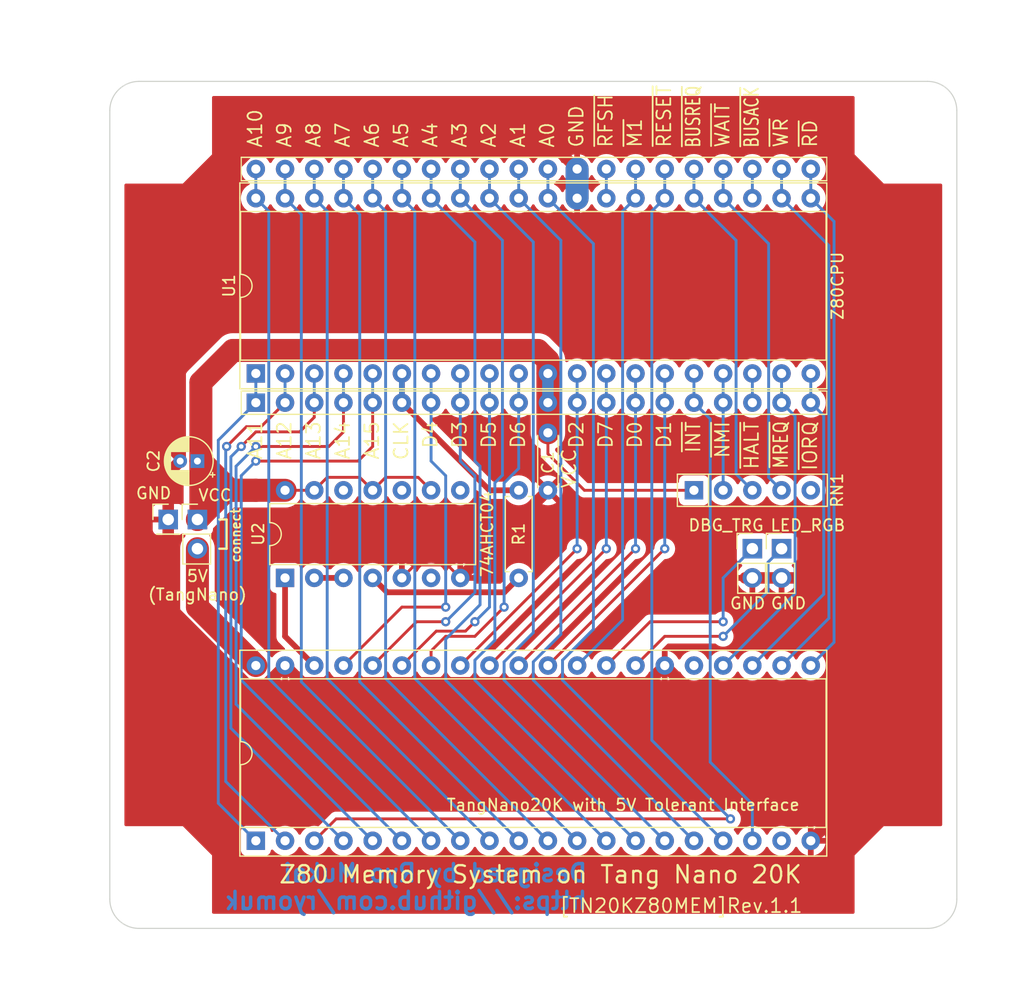
<source format=kicad_pcb>
(kicad_pcb (version 20221018) (generator pcbnew)
  (layers (0 "F.Cu" signal) (31 "B.Cu" signal) (34 "B.Paste" user) (35 "F.Paste" user) (36 "B.SilkS" user "B.Silkscreen") (37 "F.SilkS" user "F.Silkscreen") (38 "B.Mask" user) (39 "F.Mask" user) (44 "Edge.Cuts" user))
  (net 0 "")
  (net 1 "A8")
  (net 2 "A9")
  (net 3 "RESET_n")
  (net 4 "INT_n")
  (net 5 "D4")
  (net 6 "A10")
  (net 7 "A11")
  (net 8 "D3")
  (net 9 "D5")
  (net 10 "D6")
  (net 11 "D2")
  (net 12 "D7")
  (net 13 "D0")
  (net 14 "D1")
  (net 15 "A12")
  (net 16 "A13")
  (net 17 "GND")
  (net 18 "A14")
  (net 19 "A15")
  (net 20 "CLK")
  (net 21 "M1_n")
  (net 22 "MREQ_n")
  (net 23 "IORQ_n")
  (net 24 "RD_n")
  (net 25 "WR_n")
  (net 26 "A7")
  (net 27 "A6")
  (net 28 "A5")
  (net 29 "A4")
  (net 30 "DBG_TRG")
  (net 31 "LED_RGB")
  (net 32 "A3")
  (net 33 "A2")
  (net 34 "A1")
  (net 35 "A0")
  (net 36 "Net-(R1-Pad1)")
  (net 37 "CLK_3V")
  (net 38 "NMI_n")
  (net 39 "HALT_n")
  (net 40 "VCC")
  (net 41 "5V_USB")
  (net 42 "WAIT_n")
  (net 43 "RFSH_n")
  (net 47 "Net-(U2-Pad2)")
  (net 52 "BUSACK_n")
  (net 53 "BUSREQ_n")
  (footprint "000_MyFootprint:MountingHole_3mm" (layer "F.Cu") (at 68.58 68.58)
    (fp_text reference "REF**")
    (fp_text value "MountingHole_3mm")
    (pad "" np_thru_hole circle locked (at 0 0) (size 3 3) (drill 3) (layers "*.Cu" "*.Mask"))
  )
  (footprint "000_MyFootprint:PinHeader_1x02_P2.54mm_Vertical" (layer "F.Cu") (at 55.88 40.64)
    (fp_text reference "J5")
    (fp_text value "DBG_TRG" (at -2.286 -2.032 180) (layer "F.SilkS"))
    (pad "1" thru_hole rect (at 0 0) (size 1.7 1.7) (drill 1) (layers "*.Cu" "*.Mask") (net 30 "DBG_TRG"))
    (pad "2" thru_hole oval (at 0 2.54) (size 1.7 1.7) (drill 1) (layers "*.Cu" "*.Mask") (net 17 "GND"))
  )
  (footprint "000_MyFootprint:PinHeader_1x02_P2.54mm_Vertical" (layer "F.Cu") (at 58.42 40.64)
    (fp_text reference "J6")
    (fp_text value "LED_RGB" (at 2.286 -2.032 180) (layer "F.SilkS"))
    (pad "1" thru_hole rect (at 0 0) (size 1.7 1.7) (drill 1) (layers "*.Cu" "*.Mask") (net 31 "LED_RGB"))
    (pad "2" thru_hole oval (at 0 2.54) (size 1.7 1.7) (drill 1) (layers "*.Cu" "*.Mask") (net 17 "GND"))
  )
  (footprint "000_MyFootprint:PinHeader_1x02_P2.54mm_Vertical" (layer "F.Cu") (at 7.62 38.1)
    (fp_text reference "J3")
    (fp_text value "USE_USB_POWER")
    (pad "1" thru_hole rect (at 0 0) (size 1.7 1.7) (drill 1) (layers "*.Cu" "*.Mask") (net 40 "VCC"))
    (pad "2" thru_hole oval (at 0 2.54) (size 1.7 1.7) (drill 1) (layers "*.Cu" "*.Mask") (net 41 "5V_USB"))
  )
  (footprint "Resistor_THT:R_Array_SIP5" (layer "F.Cu") (at 50.8 35.56)
    (fp_text reference "RN1" (at 12.446 0 90) (layer "F.SilkS"))
    (fp_text value "10k")
    (pad "1" thru_hole rect (at 0 0) (size 1.6 1.6) (drill 0.8) (layers "*.Cu" "*.Mask") (net 40 "VCC"))
    (pad "2" thru_hole oval (at 2.54 0) (size 1.6 1.6) (drill 0.8) (layers "*.Cu" "*.Mask") (net 38 "NMI_n"))
    (pad "3" thru_hole oval (at 5.08 0) (size 1.6 1.6) (drill 0.8) (layers "*.Cu" "*.Mask") (net 53 "BUSREQ_n"))
    (pad "4" thru_hole oval (at 7.62 0) (size 1.6 1.6) (drill 0.8) (layers "*.Cu" "*.Mask") (net 42 "WAIT_n"))
    (pad "5" thru_hole oval (at 10.16 0) (size 1.6 1.6) (drill 0.8) (layers "*.Cu" "*.Mask"))
  )
  (footprint "000_MyFootprint:DIP-14_W7.62mm" (layer "F.Cu") (at 15.24 43.18 90)
    (fp_text reference "U2" (at 3.81 -2.33 90) (layer "F.SilkS"))
    (fp_text value "74AHCT04" (at 3.81 17.57 90) (layer "F.SilkS"))
    (pad "1" thru_hole rect (at 0 0 90) (size 1.6 1.6) (drill 0.8) (layers "*.Cu" "*.Mask") (net 37 "CLK_3V"))
    (pad "2" thru_hole oval (at 0 2.54 90) (size 1.6 1.6) (drill 0.8) (layers "*.Cu" "*.Mask") (net 47 "Net-(U2-Pad2)"))
    (pad "3" thru_hole oval (at 0 5.08 90) (size 1.6 1.6) (drill 0.8) (layers "*.Cu" "*.Mask") (net 47 "Net-(U2-Pad2)"))
    (pad "4" thru_hole oval (at 0 7.62 90) (size 1.6 1.6) (drill 0.8) (layers "*.Cu" "*.Mask") (net 36 "Net-(R1-Pad1)"))
    (pad "5" thru_hole oval (at 0 10.16 90) (size 1.6 1.6) (drill 0.8) (layers "*.Cu" "*.Mask") (net 17 "GND"))
    (pad "6" thru_hole oval (at 0 12.7 90) (size 1.6 1.6) (drill 0.8) (layers "*.Cu" "*.Mask"))
    (pad "7" thru_hole oval (at 0 15.24 90) (size 1.6 1.6) (drill 0.8) (layers "*.Cu" "*.Mask") (net 17 "GND"))
    (pad "8" thru_hole oval (at 7.62 15.24 90) (size 1.6 1.6) (drill 0.8) (layers "*.Cu" "*.Mask"))
    (pad "9" thru_hole oval (at 7.62 12.7 90) (size 1.6 1.6) (drill 0.8) (layers "*.Cu" "*.Mask") (net 40 "VCC"))
    (pad "10" thru_hole oval (at 7.62 10.16 90) (size 1.6 1.6) (drill 0.8) (layers "*.Cu" "*.Mask"))
    (pad "11" thru_hole oval (at 7.62 7.62 90) (size 1.6 1.6) (drill 0.8) (layers "*.Cu" "*.Mask") (net 40 "VCC"))
    (pad "12" thru_hole oval (at 7.62 5.08 90) (size 1.6 1.6) (drill 0.8) (layers "*.Cu" "*.Mask"))
    (pad "13" thru_hole oval (at 7.62 2.54 90) (size 1.6 1.6) (drill 0.8) (layers "*.Cu" "*.Mask") (net 40 "VCC"))
    (pad "14" thru_hole oval (at 7.62 0 90) (size 1.6 1.6) (drill 0.8) (layers "*.Cu" "*.Mask") (net 40 "VCC"))
  )
  (footprint "000_MyFootprint:MountingHole_3mm" (layer "F.Cu") (at 5.08 5.08)
    (fp_text reference "REF**")
    (fp_text value "MountingHole_3mm")
    (pad "" np_thru_hole circle locked (at 0 0) (size 3 3) (drill 3) (layers "*.Cu" "*.Mask"))
  )
  (footprint "000_MyFootprint:CP_Radial_D4.0mm_P1.50mm" (layer "F.Cu") (at 7.62 33.02 180)
    (fp_text reference "C2" (at 3.81 0 90) (layer "F.SilkS"))
    (fp_text value "22uF")
    (pad "1" thru_hole rect (at 0 0 180) (size 1.2 1.2) (drill 0.6) (layers "*.Cu" "*.Mask") (net 40 "VCC"))
    (pad "2" thru_hole circle (at 1.5 0 180) (size 1.2 1.2) (drill 0.6) (layers "*.Cu" "*.Mask") (net 17 "GND"))
  )
  (footprint "000_MyFootprint:R_Axial_DIN0207_L6.3mm_D2.5mm_P7.62mm_Horizontal" (layer "F.Cu") (at 35.56 43.18 90)
    (fp_text reference "R1" (at 3.81 0 90) (layer "F.SilkS"))
    (fp_text value "33")
    (pad "1" thru_hole circle (at 0 0 90) (size 1.6 1.6) (drill 0.8) (layers "*.Cu" "*.Mask") (net 36 "Net-(R1-Pad1)"))
    (pad "2" thru_hole oval (at 7.62 0 90) (size 1.6 1.6) (drill 0.8) (layers "*.Cu" "*.Mask") (net 20 "CLK"))
  )
  (footprint "000_MyFootprint:DIP-40_W20.32mm800mil_Socket" (layer "F.Cu") (at 12.7 27.94 90)
    (fp_text reference "J1" hide)
    (fp_text value "Z80 TEST")
    (pad "1" thru_hole rect (at 0 0 90) (size 1.6 1.6) (drill 0.8) (layers "*.Cu" "*.Mask") (net 7 "A11"))
    (pad "2" thru_hole oval (at 0 2.54 90) (size 1.6 1.6) (drill 0.8) (layers "*.Cu" "*.Mask") (net 15 "A12"))
    (pad "3" thru_hole oval (at 0 5.08 90) (size 1.6 1.6) (drill 0.8) (layers "*.Cu" "*.Mask") (net 16 "A13"))
    (pad "4" thru_hole oval (at 0 7.62 90) (size 1.6 1.6) (drill 0.8) (layers "*.Cu" "*.Mask") (net 18 "A14"))
    (pad "5" thru_hole oval (at 0 10.16 90) (size 1.6 1.6) (drill 0.8) (layers "*.Cu" "*.Mask") (net 19 "A15"))
    (pad "6" thru_hole oval (at 0 12.7 90) (size 1.6 1.6) (drill 0.8) (layers "*.Cu" "*.Mask") (net 20 "CLK"))
    (pad "7" thru_hole oval (at 0 15.24 90) (size 1.6 1.6) (drill 0.8) (layers "*.Cu" "*.Mask") (net 5 "D4"))
    (pad "8" thru_hole oval (at 0 17.78 90) (size 1.6 1.6) (drill 0.8) (layers "*.Cu" "*.Mask") (net 8 "D3"))
    (pad "9" thru_hole oval (at 0 20.32 90) (size 1.6 1.6) (drill 0.8) (layers "*.Cu" "*.Mask") (net 9 "D5"))
    (pad "10" thru_hole oval (at 0 22.86 90) (size 1.6 1.6) (drill 0.8) (layers "*.Cu" "*.Mask") (net 10 "D6"))
    (pad "11" thru_hole oval (at 0 25.4 90) (size 1.6 1.6) (drill 0.8) (layers "*.Cu" "*.Mask") (net 40 "VCC"))
    (pad "12" thru_hole oval (at 0 27.94 90) (size 1.6 1.6) (drill 0.8) (layers "*.Cu" "*.Mask") (net 11 "D2"))
    (pad "13" thru_hole oval (at 0 30.48 90) (size 1.6 1.6) (drill 0.8) (layers "*.Cu" "*.Mask") (net 12 "D7"))
    (pad "14" thru_hole oval (at 0 33.02 90) (size 1.6 1.6) (drill 0.8) (layers "*.Cu" "*.Mask") (net 13 "D0"))
    (pad "15" thru_hole oval (at 0 35.56 90) (size 1.6 1.6) (drill 0.8) (layers "*.Cu" "*.Mask") (net 14 "D1"))
    (pad "16" thru_hole oval (at 0 38.1 90) (size 1.6 1.6) (drill 0.8) (layers "*.Cu" "*.Mask") (net 4 "INT_n"))
    (pad "17" thru_hole oval (at 0 40.64 90) (size 1.6 1.6) (drill 0.8) (layers "*.Cu" "*.Mask") (net 38 "NMI_n"))
    (pad "18" thru_hole oval (at 0 43.18 90) (size 1.6 1.6) (drill 0.8) (layers "*.Cu" "*.Mask") (net 39 "HALT_n"))
    (pad "19" thru_hole oval (at 0 45.72 90) (size 1.6 1.6) (drill 0.8) (layers "*.Cu" "*.Mask") (net 22 "MREQ_n"))
    (pad "20" thru_hole oval (at 0 48.26 90) (size 1.6 1.6) (drill 0.8) (layers "*.Cu" "*.Mask") (net 23 "IORQ_n"))
    (pad "21" thru_hole oval (at 20.32 48.26 90) (size 1.6 1.6) (drill 0.8) (layers "*.Cu" "*.Mask") (net 24 "RD_n"))
    (pad "22" thru_hole oval (at 20.32 45.72 90) (size 1.6 1.6) (drill 0.8) (layers "*.Cu" "*.Mask") (net 25 "WR_n"))
    (pad "23" thru_hole oval (at 20.32 43.18 90) (size 1.6 1.6) (drill 0.8) (layers "*.Cu" "*.Mask") (net 52 "BUSACK_n"))
    (pad "24" thru_hole oval (at 20.32 40.64 90) (size 1.6 1.6) (drill 0.8) (layers "*.Cu" "*.Mask") (net 42 "WAIT_n"))
    (pad "25" thru_hole oval (at 20.32 38.1 90) (size 1.6 1.6) (drill 0.8) (layers "*.Cu" "*.Mask") (net 53 "BUSREQ_n"))
    (pad "26" thru_hole oval (at 20.32 35.56 90) (size 1.6 1.6) (drill 0.8) (layers "*.Cu" "*.Mask") (net 3 "RESET_n"))
    (pad "27" thru_hole oval (at 20.32 33.02 90) (size 1.6 1.6) (drill 0.8) (layers "*.Cu" "*.Mask") (net 21 "M1_n"))
    (pad "28" thru_hole oval (at 20.32 30.48 90) (size 1.6 1.6) (drill 0.8) (layers "*.Cu" "*.Mask") (net 43 "RFSH_n"))
    (pad "29" thru_hole oval (at 20.32 27.94 90) (size 1.6 1.6) (drill 0.8) (layers "*.Cu" "*.Mask") (net 17 "GND"))
    (pad "30" thru_hole oval (at 20.32 25.4 90) (size 1.6 1.6) (drill 0.8) (layers "*.Cu" "*.Mask") (net 35 "A0"))
    (pad "31" thru_hole oval (at 20.32 22.86 90) (size 1.6 1.6) (drill 0.8) (layers "*.Cu" "*.Mask") (net 34 "A1"))
    (pad "32" thru_hole oval (at 20.32 20.32 90) (size 1.6 1.6) (drill 0.8) (layers "*.Cu" "*.Mask") (net 33 "A2"))
    (pad "33" thru_hole oval (at 20.32 17.78 90) (size 1.6 1.6) (drill 0.8) (layers "*.Cu" "*.Mask") (net 32 "A3"))
    (pad "34" thru_hole oval (at 20.32 15.24 90) (size 1.6 1.6) (drill 0.8) (layers "*.Cu" "*.Mask") (net 29 "A4"))
    (pad "35" thru_hole oval (at 20.32 12.7 90) (size 1.6 1.6) (drill 0.8) (layers "*.Cu" "*.Mask") (net 28 "A5"))
    (pad "36" thru_hole oval (at 20.32 10.16 90) (size 1.6 1.6) (drill 0.8) (layers "*.Cu" "*.Mask") (net 27 "A6"))
    (pad "37" thru_hole oval (at 20.32 7.62 90) (size 1.6 1.6) (drill 0.8) (layers "*.Cu" "*.Mask") (net 26 "A7"))
    (pad "38" thru_hole oval (at 20.32 5.08 90) (size 1.6 1.6) (drill 0.8) (layers "*.Cu" "*.Mask") (net 1 "A8"))
    (pad "39" thru_hole oval (at 20.32 2.54 90) (size 1.6 1.6) (drill 0.8) (layers "*.Cu" "*.Mask") (net 2 "A9"))
    (pad "40" thru_hole oval (at 20.32 0 90) (size 1.6 1.6) (drill 0.8) (layers "*.Cu" "*.Mask") (net 6 "A10"))
  )
  (footprint "000_MyFootprint:PinHeader_1x01_P2.54mm_Vertical" (layer "F.Cu") (at 5.08 38.1)
    (fp_text reference "J4")
    (fp_text value "GND" (at -1.27 -2.286) (layer "F.SilkS"))
    (pad "1" thru_hole rect (at 0 0) (size 1.7 1.7) (drill 1) (layers "*.Cu" "*.Mask") (net 17 "GND"))
  )
  (footprint "000_MyFootprint:C_Disc_D4.3mm_W1.9mm_P5.00mm" (layer "F.Cu") (at 38.1 30.56 -90)
    (fp_text reference "C1" (at 2.587 0 90) (layer "F.SilkS"))
    (fp_text value "0.1uF")
    (pad "1" thru_hole circle (at 0 0 270) (size 1.6 1.6) (drill 0.8) (layers "*.Cu" "*.Mask") (net 40 "VCC"))
    (pad "2" thru_hole circle (at 5 0 270) (size 1.6 1.6) (drill 0.8) (layers "*.Cu" "*.Mask") (net 17 "GND"))
  )
  (footprint "000_MyFootprint:MountingHole_3mm" (layer "F.Cu") (at 5.08 68.58)
    (fp_text reference "REF**")
    (fp_text value "MountingHole_3mm")
    (pad "" np_thru_hole circle locked (at 0 0) (size 3 3) (drill 3) (layers "*.Cu" "*.Mask"))
  )
  (footprint "000_MyFootprint:DIP-40_W15.24mm_Socket" (layer "F.Cu") (at 12.7 66.04 90)
    (fp_text reference "J2" hide)
    (fp_text value "TangNano20K5VInterface")
    (pad "1" thru_hole rect (at 0 0 90) (size 1.6 1.6) (drill 0.8) (layers "*.Cu" "*.Mask") (net 7 "A11"))
    (pad "2" thru_hole oval (at 0 2.54 90) (size 1.6 1.6) (drill 0.8) (layers "*.Cu" "*.Mask") (net 15 "A12"))
    (pad "3" thru_hole oval (at 0 5.08 90) (size 1.6 1.6) (drill 0.8) (layers "*.Cu" "*.Mask") (net 3 "RESET_n"))
    (pad "4" thru_hole oval (at 0 7.62 90) (size 1.6 1.6) (drill 0.8) (layers "*.Cu" "*.Mask") (net 16 "A13"))
    (pad "5" thru_hole oval (at 0 10.16 90) (size 1.6 1.6) (drill 0.8) (layers "*.Cu" "*.Mask") (net 18 "A14"))
    (pad "6" thru_hole oval (at 0 12.7 90) (size 1.6 1.6) (drill 0.8) (layers "*.Cu" "*.Mask") (net 19 "A15"))
    (pad "7" thru_hole oval (at 0 15.24 90) (size 1.6 1.6) (drill 0.8) (layers "*.Cu" "*.Mask") (net 6 "A10"))
    (pad "8" thru_hole oval (at 0 17.78 90) (size 1.6 1.6) (drill 0.8) (layers "*.Cu" "*.Mask") (net 2 "A9"))
    (pad "9" thru_hole oval (at 0 20.32 90) (size 1.6 1.6) (drill 0.8) (layers "*.Cu" "*.Mask") (net 1 "A8"))
    (pad "10" thru_hole oval (at 0 22.86 90) (size 1.6 1.6) (drill 0.8) (layers "*.Cu" "*.Mask") (net 26 "A7"))
    (pad "11" thru_hole oval (at 0 25.4 90) (size 1.6 1.6) (drill 0.8) (layers "*.Cu" "*.Mask") (net 27 "A6"))
    (pad "12" thru_hole oval (at 0 27.94 90) (size 1.6 1.6) (drill 0.8) (layers "*.Cu" "*.Mask") (net 28 "A5"))
    (pad "13" thru_hole oval (at 0 30.48 90) (size 1.6 1.6) (drill 0.8) (layers "*.Cu" "*.Mask") (net 29 "A4"))
    (pad "14" thru_hole oval (at 0 33.02 90) (size 1.6 1.6) (drill 0.8) (layers "*.Cu" "*.Mask") (net 32 "A3"))
    (pad "15" thru_hole oval (at 0 35.56 90) (size 1.6 1.6) (drill 0.8) (layers "*.Cu" "*.Mask") (net 33 "A2"))
    (pad "16" thru_hole oval (at 0 38.1 90) (size 1.6 1.6) (drill 0.8) (layers "*.Cu" "*.Mask") (net 34 "A1"))
    (pad "17" thru_hole oval (at 0 40.64 90) (size 1.6 1.6) (drill 0.8) (layers "*.Cu" "*.Mask") (net 35 "A0"))
    (pad "18" thru_hole oval (at 0 43.18 90) (size 1.6 1.6) (drill 0.8) (layers "*.Cu" "*.Mask") (net 4 "INT_n"))
    (pad "19" thru_hole oval (at 0 45.72 90) (size 1.6 1.6) (drill 0.8) (layers "*.Cu" "*.Mask"))
    (pad "20" thru_hole oval (at 0 48.26 90) (size 1.6 1.6) (drill 0.8) (layers "*.Cu" "*.Mask") (net 17 "GND"))
    (pad "21" thru_hole oval (at 15.24 48.26 90) (size 1.6 1.6) (drill 0.8) (layers "*.Cu" "*.Mask") (net 24 "RD_n"))
    (pad "22" thru_hole oval (at 15.24 45.72 90) (size 1.6 1.6) (drill 0.8) (layers "*.Cu" "*.Mask") (net 25 "WR_n"))
    (pad "23" thru_hole oval (at 15.24 43.18 90) (size 1.6 1.6) (drill 0.8) (layers "*.Cu" "*.Mask") (net 23 "IORQ_n"))
    (pad "24" thru_hole oval (at 15.24 40.64 90) (size 1.6 1.6) (drill 0.8) (layers "*.Cu" "*.Mask") (net 22 "MREQ_n"))
    (pad "25" thru_hole oval (at 15.24 38.1 90) (size 1.6 1.6) (drill 0.8) (layers "*.Cu" "*.Mask"))
    (pad "26" thru_hole oval (at 15.24 35.56 90) (size 1.6 1.6) (drill 0.8) (layers "*.Cu" "*.Mask") (net 17 "GND"))
    (pad "27" thru_hole oval (at 15.24 33.02 90) (size 1.6 1.6) (drill 0.8) (layers "*.Cu" "*.Mask") (net 31 "LED_RGB"))
    (pad "28" thru_hole oval (at 15.24 30.48 90) (size 1.6 1.6) (drill 0.8) (layers "*.Cu" "*.Mask") (net 30 "DBG_TRG"))
    (pad "29" thru_hole oval (at 15.24 27.94 90) (size 1.6 1.6) (drill 0.8) (layers "*.Cu" "*.Mask") (net 21 "M1_n"))
    (pad "30" thru_hole oval (at 15.24 25.4 90) (size 1.6 1.6) (drill 0.8) (layers "*.Cu" "*.Mask") (net 14 "D1"))
    (pad "31" thru_hole oval (at 15.24 22.86 90) (size 1.6 1.6) (drill 0.8) (layers "*.Cu" "*.Mask") (net 13 "D0"))
    (pad "32" thru_hole oval (at 15.24 20.32 90) (size 1.6 1.6) (drill 0.8) (layers "*.Cu" "*.Mask") (net 12 "D7"))
    (pad "33" thru_hole oval (at 15.24 17.78 90) (size 1.6 1.6) (drill 0.8) (layers "*.Cu" "*.Mask") (net 11 "D2"))
    (pad "34" thru_hole oval (at 15.24 15.24 90) (size 1.6 1.6) (drill 0.8) (layers "*.Cu" "*.Mask") (net 10 "D6"))
    (pad "35" thru_hole oval (at 15.24 12.7 90) (size 1.6 1.6) (drill 0.8) (layers "*.Cu" "*.Mask") (net 9 "D5"))
    (pad "36" thru_hole oval (at 15.24 10.16 90) (size 1.6 1.6) (drill 0.8) (layers "*.Cu" "*.Mask") (net 8 "D3"))
    (pad "37" thru_hole oval (at 15.24 7.62 90) (size 1.6 1.6) (drill 0.8) (layers "*.Cu" "*.Mask") (net 5 "D4"))
    (pad "38" thru_hole oval (at 15.24 5.08 90) (size 1.6 1.6) (drill 0.8) (layers "*.Cu" "*.Mask") (net 37 "CLK_3V"))
    (pad "39" thru_hole oval (at 15.24 2.54 90) (size 1.6 1.6) (drill 0.8) (layers "*.Cu" "*.Mask") (net 17 "GND"))
    (pad "40" thru_hole oval (at 15.24 0 90) (size 1.6 1.6) (drill 0.8) (layers "*.Cu" "*.Mask") (net 41 "5V_USB"))
  )
  (footprint "000_MyFootprint:DIP-40_W15.24mm_Socket" (layer "F.Cu") (at 12.7 25.4 90)
    (fp_text reference "U1" (at 7.62 -2.33 90) (layer "F.SilkS"))
    (fp_text value "Z80CPU" (at 7.62 50.59 90) (layer "F.SilkS"))
    (pad "1" thru_hole rect (at 0 0 90) (size 1.6 1.6) (drill 0.8) (layers "*.Cu" "*.Mask") (net 7 "A11"))
    (pad "2" thru_hole oval (at 0 2.54 90) (size 1.6 1.6) (drill 0.8) (layers "*.Cu" "*.Mask") (net 15 "A12"))
    (pad "3" thru_hole oval (at 0 5.08 90) (size 1.6 1.6) (drill 0.8) (layers "*.Cu" "*.Mask") (net 16 "A13"))
    (pad "4" thru_hole oval (at 0 7.62 90) (size 1.6 1.6) (drill 0.8) (layers "*.Cu" "*.Mask") (net 18 "A14"))
    (pad "5" thru_hole oval (at 0 10.16 90) (size 1.6 1.6) (drill 0.8) (layers "*.Cu" "*.Mask") (net 19 "A15"))
    (pad "6" thru_hole oval (at 0 12.7 90) (size 1.6 1.6) (drill 0.8) (layers "*.Cu" "*.Mask") (net 20 "CLK"))
    (pad "7" thru_hole oval (at 0 15.24 90) (size 1.6 1.6) (drill 0.8) (layers "*.Cu" "*.Mask") (net 5 "D4"))
    (pad "8" thru_hole oval (at 0 17.78 90) (size 1.6 1.6) (drill 0.8) (layers "*.Cu" "*.Mask") (net 8 "D3"))
    (pad "9" thru_hole oval (at 0 20.32 90) (size 1.6 1.6) (drill 0.8) (layers "*.Cu" "*.Mask") (net 9 "D5"))
    (pad "10" thru_hole oval (at 0 22.86 90) (size 1.6 1.6) (drill 0.8) (layers "*.Cu" "*.Mask") (net 10 "D6"))
    (pad "11" thru_hole oval (at 0 25.4 90) (size 1.6 1.6) (drill 0.8) (layers "*.Cu" "*.Mask") (net 40 "VCC"))
    (pad "12" thru_hole oval (at 0 27.94 90) (size 1.6 1.6) (drill 0.8) (layers "*.Cu" "*.Mask") (net 11 "D2"))
    (pad "13" thru_hole oval (at 0 30.48 90) (size 1.6 1.6) (drill 0.8) (layers "*.Cu" "*.Mask") (net 12 "D7"))
    (pad "14" thru_hole oval (at 0 33.02 90) (size 1.6 1.6) (drill 0.8) (layers "*.Cu" "*.Mask") (net 13 "D0"))
    (pad "15" thru_hole oval (at 0 35.56 90) (size 1.6 1.6) (drill 0.8) (layers "*.Cu" "*.Mask") (net 14 "D1"))
    (pad "16" thru_hole oval (at 0 38.1 90) (size 1.6 1.6) (drill 0.8) (layers "*.Cu" "*.Mask") (net 4 "INT_n"))
    (pad "17" thru_hole oval (at 0 40.64 90) (size 1.6 1.6) (drill 0.8) (layers "*.Cu" "*.Mask") (net 38 "NMI_n"))
    (pad "18" thru_hole oval (at 0 43.18 90) (size 1.6 1.6) (drill 0.8) (layers "*.Cu" "*.Mask") (net 39 "HALT_n"))
    (pad "19" thru_hole oval (at 0 45.72 90) (size 1.6 1.6) (drill 0.8) (layers "*.Cu" "*.Mask") (net 22 "MREQ_n"))
    (pad "20" thru_hole oval (at 0 48.26 90) (size 1.6 1.6) (drill 0.8) (layers "*.Cu" "*.Mask") (net 23 "IORQ_n"))
    (pad "21" thru_hole oval (at 15.24 48.26 90) (size 1.6 1.6) (drill 0.8) (layers "*.Cu" "*.Mask") (net 24 "RD_n"))
    (pad "22" thru_hole oval (at 15.24 45.72 90) (size 1.6 1.6) (drill 0.8) (layers "*.Cu" "*.Mask") (net 25 "WR_n"))
    (pad "23" thru_hole oval (at 15.24 43.18 90) (size 1.6 1.6) (drill 0.8) (layers "*.Cu" "*.Mask") (net 52 "BUSACK_n"))
    (pad "24" thru_hole oval (at 15.24 40.64 90) (size 1.6 1.6) (drill 0.8) (layers "*.Cu" "*.Mask") (net 42 "WAIT_n"))
    (pad "25" thru_hole oval (at 15.24 38.1 90) (size 1.6 1.6) (drill 0.8) (layers "*.Cu" "*.Mask") (net 53 "BUSREQ_n"))
    (pad "26" thru_hole oval (at 15.24 35.56 90) (size 1.6 1.6) (drill 0.8) (layers "*.Cu" "*.Mask") (net 3 "RESET_n"))
    (pad "27" thru_hole oval (at 15.24 33.02 90) (size 1.6 1.6) (drill 0.8) (layers "*.Cu" "*.Mask") (net 21 "M1_n"))
    (pad "28" thru_hole oval (at 15.24 30.48 90) (size 1.6 1.6) (drill 0.8) (layers "*.Cu" "*.Mask") (net 43 "RFSH_n"))
    (pad "29" thru_hole oval (at 15.24 27.94 90) (size 1.6 1.6) (drill 0.8) (layers "*.Cu" "*.Mask") (net 17 "GND"))
    (pad "30" thru_hole oval (at 15.24 25.4 90) (size 1.6 1.6) (drill 0.8) (layers "*.Cu" "*.Mask") (net 35 "A0"))
    (pad "31" thru_hole oval (at 15.24 22.86 90) (size 1.6 1.6) (drill 0.8) (layers "*.Cu" "*.Mask") (net 34 "A1"))
    (pad "32" thru_hole oval (at 15.24 20.32 90) (size 1.6 1.6) (drill 0.8) (layers "*.Cu" "*.Mask") (net 33 "A2"))
    (pad "33" thru_hole oval (at 15.24 17.78 90) (size 1.6 1.6) (drill 0.8) (layers "*.Cu" "*.Mask") (net 32 "A3"))
    (pad "34" thru_hole oval (at 15.24 15.24 90) (size 1.6 1.6) (drill 0.8) (layers "*.Cu" "*.Mask") (net 29 "A4"))
    (pad "35" thru_hole oval (at 15.24 12.7 90) (size 1.6 1.6) (drill 0.8) (layers "*.Cu" "*.Mask") (net 28 "A5"))
    (pad "36" thru_hole oval (at 15.24 10.16 90) (size 1.6 1.6) (drill 0.8) (layers "*.Cu" "*.Mask") (net 27 "A6"))
    (pad "37" thru_hole oval (at 15.24 7.62 90) (size 1.6 1.6) (drill 0.8) (layers "*.Cu" "*.Mask") (net 26 "A7"))
    (pad "38" thru_hole oval (at 15.24 5.08 90) (size 1.6 1.6) (drill 0.8) (layers "*.Cu" "*.Mask") (net 1 "A8"))
    (pad "39" thru_hole oval (at 15.24 2.54 90) (size 1.6 1.6) (drill 0.8) (layers "*.Cu" "*.Mask") (net 2 "A9"))
    (pad "40" thru_hole oval (at 15.24 0 90) (size 1.6 1.6) (drill 0.8) (layers "*.Cu" "*.Mask") (net 6 "A10"))
  )
  (footprint "000_MyFootprint:MountingHole_3mm" (layer "F.Cu") (at 68.58 5.08)
    (fp_text reference "REF**")
    (fp_text value "MountingHole_3mm")
    (pad "" np_thru_hole circle locked (at 0 0) (size 3 3) (drill 3) (layers "*.Cu" "*.Mask"))
  )
  (gr_line (start 10.16 40.64) (end 9.525 40.64) (stroke (width 0.2)) (layer "F.SilkS"))
  (gr_line (start 9.525 38.1) (end 10.16 38.1) (stroke (width 0.2)) (layer "F.SilkS"))
  (gr_line (start 10.16 38.1) (end 10.16 40.64) (stroke (width 0.2)) (layer "F.SilkS"))
  (gr_line (start 2.54 0) (end 71.12 0) (stroke (width 0.1)) (layer "Edge.Cuts"))
  (gr_arc (start 71.12 0) (mid 72.916051 0.743949) (end 73.66 2.54) (stroke (width 0.1)) (layer "Edge.Cuts"))
  (gr_arc (start 73.66 71.12) (mid 72.916051 72.916051) (end 71.12 73.66) (stroke (width 0.1)) (layer "Edge.Cuts"))
  (gr_line (start 73.66 2.54) (end 73.66 71.12) (stroke (width 0.1)) (layer "Edge.Cuts"))
  (gr_arc (start 2.54 73.66) (mid 0.743949 72.916051) (end 0 71.12) (stroke (width 0.1)) (layer "Edge.Cuts"))
  (gr_arc (start 0 2.54) (mid 0.743949 0.743949) (end 2.54 0) (stroke (width 0.1)) (layer "Edge.Cuts"))
  (gr_line (start 0 71.12) (end 0 2.54) (stroke (width 0.1)) (layer "Edge.Cuts"))
  (gr_line (start 71.12 73.66) (end 2.54 73.66) (stroke (width 0.1)) (layer "Edge.Cuts"))
  (gr_text "Designed by Ryo Mukai\nhttps://github.com/ryomuk" (at 41.656 72.136) (layer "B.Cu") (effects (font (size 1.5 1.5) (thickness 0.3) bold) (justify left bottom mirror)))
  (gr_text "A4" (at 28.575 5.842 90) (layer "F.SilkS") (effects (font (size 1.2 1.2)) (justify left bottom)))
  (gr_text "D6" (at 36.195 29.464 90) (layer "F.SilkS") (effects (font (size 1.2 1.2)) (justify right bottom)))
  (gr_text "D4" (at 28.575 29.464 90) (layer "F.SilkS") (effects (font (size 1.2 1.2)) (justify right bottom)))
  (gr_text "D2" (at 41.275 29.464 90) (layer "F.SilkS") (effects (font (size 1.2 1.2)) (justify right bottom)))
  (gr_text "D3" (at 31.115 29.464 90) (layer "F.SilkS") (effects (font (size 1.2 1.2)) (justify right bottom)))
  (gr_text "A15" (at 23.495 29.464 90) (layer "F.SilkS") (effects (font (size 1.2 1.2)) (justify right bottom)))
  (gr_text "VCC" (at 7.62 36.576) (layer "F.SilkS") (effects (font (size 1 1)) (justify left bottom)))
  (gr_text "[TN20KZ80MEM]Rev.1.1" (at 60.325 72.39) (layer "F.SilkS") (effects (font (size 1.2 1.2)) (justify right bottom)))
  (gr_text "~{HALT}" (at 56.515 29.464 90) (layer "F.SilkS") (effects (font (size 1.2 1.2)) (justify right bottom)))
  (gr_text "A12" (at 15.875 29.464 90) (layer "F.SilkS") (effects (font (size 1.2 1.2)) (justify right bottom)))
  (gr_text "~{WAIT}" (at 53.975 5.842 90) (layer "F.SilkS") (effects (font (size 1.2 1.2)) (justify left bottom)))
  (gr_text "GND" (at 41.275 5.842 90) (layer "F.SilkS") (effects (font (size 1.2 1.2)) (justify left bottom)))
  (gr_text "VCC" (at 40.64 31.837 90) (layer "F.SilkS") (effects (font (size 1.2 1.2)) (justify right bottom)))
  (gr_text "A10" (at 13.335 5.842 90) (layer "F.SilkS") (effects (font (size 1.2 1.2)) (justify left bottom)))
  (gr_text "A7" (at 20.955 5.842 90) (layer "F.SilkS") (effects (font (size 1.2 1.2)) (justify left bottom)))
  (gr_text "A6" (at 23.495 5.842 90) (layer "F.SilkS") (effects (font (size 1.2 1.2)) (justify left bottom)))
  (gr_text "CLK" (at 26.035 29.464 90) (layer "F.SilkS") (effects (font (size 1.2 1.2)) (justify right bottom)))
  (gr_text "A13" (at 18.415 29.464 90) (layer "F.SilkS") (effects (font (size 1.2 1.2)) (justify right bottom)))
  (gr_text "~{RD}" (at 61.595 5.842 90) (layer "F.SilkS") (effects (font (size 1.2 1.2)) (justify left bottom)))
  (gr_text "~{INT}" (at 51.435 29.464 90) (layer "F.SilkS") (effects (font (size 1.2 1.2)) (justify right bottom)))
  (gr_text "A9" (at 15.875 5.842 90) (layer "F.SilkS") (effects (font (size 1.2 1.2)) (justify left bottom)))
  (gr_text "D1" (at 48.895 29.464 90) (layer "F.SilkS") (effects (font (size 1.2 1.2)) (justify right bottom)))
  (gr_text "Z80 Memory System on Tang Nano 20K" (at 14.605 69.85) (layer "F.SilkS") (effects (font (size 1.5 1.5) (thickness 0.2)) (justify left bottom)))
  (gr_text "TangNano20K with 5V Tolerant Interface" (at 29.21 63.5) (layer "F.SilkS") (effects (font (size 1 1)) (justify left bottom)))
  (gr_text "~{M1}" (at 46.355 5.842 90) (layer "F.SilkS") (effects (font (size 1.2 1.2)) (justify left bottom)))
  (gr_text "connect" (at 11.43 41.91 90) (layer "F.SilkS") (effects (font (size 0.8 0.8)) (justify left bottom)))
  (gr_text "GND" (at 57.404 45.974) (layer "F.SilkS") (effects (font (size 1 1)) (justify left bottom)))
  (gr_text "~{RFSH}" (at 43.815 5.842 90) (layer "F.SilkS") (effects (font (size 1.2 1.2)) (justify left bottom)))
  (gr_text "A5" (at 26.035 5.842 90) (layer "F.SilkS") (effects (font (size 1.2 1.2)) (justify left bottom)))
  (gr_text "A3" (at 31.115 5.842 90) (layer "F.SilkS") (effects (font (size 1.2 1.2)) (justify left bottom)))
  (gr_text "~{RESET}" (at 48.895 5.842 90) (layer "F.SilkS") (effects (font (size 1.2 1.2)) (justify left bottom)))
  (gr_text "~{BUSREQ}" (at 51.435 5.842 90) (layer "F.SilkS") (effects (font (size 1.2 0.9)) (justify left bottom)))
  (gr_text "~{WR}" (at 59.055 5.842 90) (layer "F.SilkS") (effects (font (size 1.2 1.2)) (justify left bottom)))
  (gr_text "5V\n(TangNano)" (at 7.62 45.212) (layer "F.SilkS") (effects (font (size 1 1)) (justify bottom)))
  (gr_text "A0" (at 38.735 5.842 90) (layer "F.SilkS") (effects (font (size 1.2 1.2)) (justify left bottom)))
  (gr_text "~{BUSACK}" (at 56.515 5.842 90) (layer "F.SilkS") (effects (font (size 1.2 0.9)) (justify left bottom)))
  (gr_text "A2" (at 33.655 5.842 90) (layer "F.SilkS") (effects (font (size 1.2 1.2)) (justify left bottom)))
  (gr_text "GND" (at 53.848 45.974) (layer "F.SilkS") (effects (font (size 1 1)) (justify left bottom)))
  (gr_text "A14" (at 20.955 29.464 90) (layer "F.SilkS") (effects (font (size 1.2 1.2)) (justify right bottom)))
  (gr_text "D0" (at 46.355 29.464 90) (layer "F.SilkS") (effects (font (size 1.2 1.2)) (justify right bottom)))
  (gr_text "D7" (at 43.815 29.464 90) (layer "F.SilkS") (effects (font (size 1.2 1.2)) (justify right bottom)))
  (gr_text "~{MREQ}" (at 59.055 29.464 90) (layer "F.SilkS") (effects (font (size 1.2 1)) (justify right bottom)))
  (gr_text "~{NMI}" (at 53.975 29.464 90) (layer "F.SilkS") (effects (font (size 1.2 1.2)) (justify right bottom)))
  (gr_text "D5" (at 33.655 29.464 90) (layer "F.SilkS") (effects (font (size 1.2 1.2)) (justify right bottom)))
  (gr_text "A1" (at 36.195 5.842 90) (layer "F.SilkS") (effects (font (size 1.2 1.2)) (justify left bottom)))
  (gr_text "A11" (at 13.335 29.464 90) (layer "F.SilkS") (effects (font (size 1.2 1.2)) (justify right bottom)))
  (gr_text "~{IORQ}" (at 61.595 29.464 90) (layer "F.SilkS") (effects (font (size 1.2 1.2)) (justify right bottom)))
  (gr_text "A8" (at 18.415 5.842 90) (layer "F.SilkS") (effects (font (size 1.2 1.2)) (justify left bottom)))
  (segment (start 18.905 11.285) (end 17.78 10.16) (width 0.25) (layer "B.Cu") (net 1))
  (segment (start 33.02 66.04) (end 18.905 51.925) (width 0.25) (layer "B.Cu") (net 1))
  (segment (start 17.78 10.16) (end 17.78 7.62) (width 0.25) (layer "B.Cu") (net 1))
  (segment (start 18.905 51.925) (end 18.905 11.285) (width 0.25) (layer "B.Cu") (net 1))
  (segment (start 30.48 66.04) (end 16.655 52.215) (width 0.25) (layer "B.Cu") (net 2))
  (segment (start 16.655 52.215) (end 16.655 11.575) (width 0.25) (layer "B.Cu") (net 2))
  (segment (start 15.24 10.16) (end 15.24 7.62) (width 0.25) (layer "B.Cu") (net 2))
  (segment (start 16.655 11.575) (end 15.24 10.16) (width 0.25) (layer "B.Cu") (net 2))
  (segment (start 19.685 64.135) (end 17.78 66.04) (width 0.25) (layer "F.Cu") (net 3))
  (segment (start 53.975 64.135) (end 19.685 64.135) (width 0.25) (layer "F.Cu") (net 3))
  (via (at 53.975 64.135) (size 0.8) (drill 0.4) (layers "F.Cu" "B.Cu") (net 3))
  (segment (start 47.135 11.285) (end 47.135 57.295) (width 0.25) (layer "B.Cu") (net 3))
  (segment (start 48.26 10.16) (end 47.135 11.285) (width 0.25) (layer "B.Cu") (net 3))
  (segment (start 48.26 10.16) (end 48.26 7.62) (width 0.25) (layer "B.Cu") (net 3))
  (segment (start 47.135 57.295) (end 53.975 64.135) (width 0.25) (layer "B.Cu") (net 3))
  (segment (start 50.8 25.4) (end 50.8 27.94) (width 0.25) (layer "B.Cu") (net 4))
  (segment (start 55.88 62.865) (end 55.88 66.04) (width 0.25) (layer "B.Cu") (net 4))
  (segment (start 50.8 27.94) (end 52.215 29.355) (width 0.25) (layer "B.Cu") (net 4))
  (segment (start 52.215 29.355) (end 52.215 59.2) (width 0.25) (layer "B.Cu") (net 4))
  (segment (start 52.215 59.2) (end 55.88 62.865) (width 0.25) (layer "B.Cu") (net 4))
  (segment (start 29.21 45.72) (end 25.4 45.72) (width 0.25) (layer "F.Cu") (net 5))
  (segment (start 25.4 45.72) (end 20.32 50.8) (width 0.25) (layer "F.Cu") (net 5))
  (via (at 29.21 45.72) (size 0.8) (drill 0.4) (layers "F.Cu" "B.Cu") (net 5))
  (segment (start 27.94 27.94) (end 27.94 33.02) (width 0.25) (layer "B.Cu") (net 5))
  (segment (start 29.21 45.72) (end 29.21 34.29) (width 0.25) (layer "B.Cu") (net 5))
  (segment (start 27.94 27.94) (end 27.94 25.4) (width 0.25) (layer "B.Cu") (net 5))
  (segment (start 27.94 33.02) (end 29.21 34.29) (width 0.25) (layer "B.Cu") (net 5))
  (segment (start 12.7 10.16) (end 12.7 7.62) (width 0.25) (layer "B.Cu") (net 6))
  (segment (start 13.825 51.925) (end 13.825 11.285) (width 0.25) (layer "B.Cu") (net 6))
  (segment (start 13.825 11.285) (end 12.7 10.16) (width 0.25) (layer "B.Cu") (net 6))
  (segment (start 27.94 66.04) (end 13.825 51.925) (width 0.25) (layer "B.Cu") (net 6))
  (segment (start 12.7 27.94) (end 9.435 31.205) (width 0.25) (layer "B.Cu") (net 7))
  (segment (start 9.435 31.205) (end 9.435 62.775) (width 0.25) (layer "B.Cu") (net 7))
  (segment (start 9.435 62.775) (end 12.7 66.04) (width 0.25) (layer "B.Cu") (net 7))
  (segment (start 12.7 27.94) (end 12.7 25.4) (width 0.25) (layer "B.Cu") (net 7))
  (segment (start 29.21 46.99) (end 26.67 46.99) (width 0.25) (layer "F.Cu") (net 8))
  (segment (start 26.67 46.99) (end 22.86 50.8) (width 0.25) (layer "F.Cu") (net 8))
  (via (at 29.21 46.99) (size 0.8) (drill 0.4) (layers "F.Cu" "B.Cu") (net 8))
  (segment (start 31.605 44.595) (end 29.21 46.99) (width 0.25) (layer "B.Cu") (net 8))
  (segment (start 30.48 27.94) (end 30.48 33.02) (width 0.25) (layer "B.Cu") (net 8))
  (segment (start 31.75 34.29) (end 31.75 44.45) (width 0.25) (layer "B.Cu") (net 8))
  (segment (start 30.48 33.02) (end 31.75 34.29) (width 0.25) (layer "B.Cu") (net 8))
  (segment (start 30.48 27.94) (end 30.48 25.4) (width 0.25) (layer "B.Cu") (net 8))
  (segment (start 28.39 47.81) (end 30.93 47.81) (width 0.25) (layer "F.Cu") (net 9))
  (segment (start 25.4 50.8) (end 28.39 47.81) (width 0.25) (layer "F.Cu") (net 9))
  (segment (start 30.93 47.81) (end 31.75 46.99) (width 0.25) (layer "F.Cu") (net 9))
  (via (at 31.75 46.99) (size 0.8) (drill 0.4) (layers "F.Cu" "B.Cu") (net 9))
  (segment (start 31.75 46.99) (end 33.02 45.72) (width 0.25) (layer "B.Cu") (net 9))
  (segment (start 33.02 27.94) (end 33.02 25.4) (width 0.25) (layer "B.Cu") (net 9))
  (segment (start 33.02 45.72) (end 33.02 27.94) (width 0.25) (layer "B.Cu") (net 9))
  (segment (start 29.21 48.26) (end 27.94 49.53) (width 0.25) (layer "F.Cu") (net 10))
  (segment (start 27.94 49.53) (end 27.94 50.8) (width 0.25) (layer "F.Cu") (net 10))
  (segment (start 31.75 48.26) (end 29.21 48.26) (width 0.25) (layer "F.Cu") (net 10))
  (segment (start 34.29 45.72) (end 31.75 48.26) (width 0.25) (layer "F.Cu") (net 10))
  (via (at 34.29 45.72) (size 0.8) (drill 0.4) (layers "F.Cu" "B.Cu") (net 10))
  (segment (start 35.56 27.94) (end 35.56 33.655) (width 0.25) (layer "B.Cu") (net 10))
  (segment (start 35.56 27.94) (end 35.56 25.4) (width 0.25) (layer "B.Cu") (net 10))
  (segment (start 34.29 34.925) (end 34.29 45.72) (width 0.25) (layer "B.Cu") (net 10))
  (segment (start 35.56 33.655) (end 34.29 34.925) (width 0.25) (layer "B.Cu") (net 10))
  (segment (start 30.48 50.8) (end 40.64 40.64) (width 0.25) (layer "F.Cu") (net 11))
  (via (at 40.64 40.64) (size 0.8) (drill 0.4) (layers "F.Cu" "B.Cu") (net 11))
  (segment (start 40.64 27.94) (end 40.64 25.4) (width 0.25) (layer "B.Cu") (net 11))
  (segment (start 40.64 40.64) (end 40.64 27.94) (width 0.25) (layer "B.Cu") (net 11))
  (segment (start 33.02 50.8) (end 43.18 40.64) (width 0.25) (layer "F.Cu") (net 12))
  (via (at 43.18 40.64) (size 0.8) (drill 0.4) (layers "F.Cu" "B.Cu") (net 12))
  (segment (start 43.18 40.64) (end 43.18 27.94) (width 0.25) (layer "B.Cu") (net 12))
  (segment (start 43.18 27.94) (end 43.18 25.4) (width 0.25) (layer "B.Cu") (net 12))
  (segment (start 35.56 50.8) (end 45.72 40.64) (width 0.25) (layer "F.Cu") (net 13))
  (via (at 45.72 40.64) (size 0.8) (drill 0.4) (layers "F.Cu" "B.Cu") (net 13))
  (segment (start 45.72 27.94) (end 45.72 25.4) (width 0.25) (layer "B.Cu") (net 13))
  (segment (start 45.72 40.64) (end 45.72 27.94) (width 0.25) (layer "B.Cu") (net 13))
  (segment (start 38.1 50.8) (end 48.26 40.64) (width 0.25) (layer "F.Cu") (net 14))
  (via (at 48.26 40.64) (size 0.8) (drill 0.4) (layers "F.Cu" "B.Cu") (net 14))
  (segment (start 48.26 27.94) (end 48.26 25.4) (width 0.25) (layer "B.Cu") (net 14))
  (segment (start 48.26 40.64) (end 48.26 27.94) (width 0.25) (layer "B.Cu") (net 14))
  (segment (start 13.15 30.03) (end 11.88 30.03) (width 0.25) (layer "F.Cu") (net 15))
  (segment (start 11.88 30.03) (end 10.16 31.75) (width 0.25) (layer "F.Cu") (net 15))
  (segment (start 15.24 27.94) (end 13.15 30.03) (width 0.25) (layer "F.Cu") (net 15))
  (via (at 10.16 31.75) (size 0.8) (drill 0.4) (layers "F.Cu" "B.Cu") (net 15))
  (segment (start 10.16 31.75) (end 10.08 31.83) (width 0.25) (layer "B.Cu") (net 15))
  (segment (start 10.08 60.88) (end 15.24 66.04) (width 0.25) (layer "B.Cu") (net 15))
  (segment (start 10.08 31.83) (end 10.08 60.88) (width 0.25) (layer "B.Cu") (net 15))
  (segment (start 15.24 27.94) (end 15.24 25.4) (width 0.25) (layer "B.Cu") (net 15))
  (segment (start 16.51 30.48) (end 12.7 30.48) (width 0.25) (layer "F.Cu") (net 16))
  (segment (start 12.7 30.48) (end 11.43 31.75) (width 0.25) (layer "F.Cu") (net 16))
  (segment (start 17.78 29.21) (end 16.51 30.48) (width 0.25) (layer "F.Cu") (net 16))
  (segment (start 17.78 27.94) (end 17.78 29.21) (width 0.25) (layer "F.Cu") (net 16))
  (via (at 11.43 31.75) (size 0.8) (drill 0.4) (layers "F.Cu" "B.Cu") (net 16))
  (segment (start 11.43 31.75) (end 10.53 32.65) (width 0.25) (layer "B.Cu") (net 16))
  (segment (start 17.78 27.94) (end 17.78 25.4) (width 0.25) (layer "B.Cu") (net 16))
  (segment (start 10.53 56.25) (end 20.32 66.04) (width 0.25) (layer "B.Cu") (net 16))
  (segment (start 10.53 32.65) (end 10.53 56.25) (width 0.25) (layer "B.Cu") (net 16))
  (segment (start 5.08 45.584164) (end 11.995836 52.5) (width 1) (layer "F.Cu") (net 17))
  (segment (start 63.5 53.34) (end 63.5 53.975) (width 1) (layer "F.Cu") (net 17))
  (segment (start 60.325 43.18) (end 55.245 43.18) (width 1) (layer "F.Cu") (net 17))
  (segment (start 46.76 52.3) (end 16.74 52.3) (width 1) (layer "F.Cu") (net 17))
  (segment (start 39.14 6.12) (end 40.64 7.62) (width 1) (layer "F.Cu") (net 17))
  (segment (start 12.078679 6.12) (end 39.14 6.12) (width 1) (layer "F.Cu") (net 17))
  (segment (start 40.64 10.16) (end 40.64 7.62) (width 2) (layer "F.Cu") (net 17))
  (segment (start 13.54 52.5) (end 15.24 50.8) (width 1) (layer "F.Cu") (net 17))
  (segment (start 63.5 46.355) (end 60.325 43.18) (width 1) (layer "F.Cu") (net 17))
  (segment (start 63.5 53.975) (end 63.5 46.355) (width 1) (layer "F.Cu") (net 17))
  (segment (start 29.355 42.055) (end 30.48 43.18) (width 0.25) (layer "F.Cu") (net 17))
  (segment (start 5.08 34.06) (end 6.12 33.02) (width 1) (layer "F.Cu") (net 17))
  (segment (start 48.26 50.8) (end 46.76 52.3) (width 1) (layer "F.Cu") (net 17))
  (segment (start 6.12 12.078679) (end 12.078679 6.12) (width 1) (layer "F.Cu") (net 17))
  (segment (start 63.5 53.975) (end 63.5 63.5) (width 1) (layer "F.Cu") (net 17))
  (segment (start 50.8 53.34) (end 63.5 53.34) (width 1) (layer "F.Cu") (net 17))
  (segment (start 48.26 50.8) (end 50.8 53.34) (width 1) (layer "F.Cu") (net 17))
  (segment (start 25.4 43.18) (end 26.525 42.055) (width 0.25) (layer "F.Cu") (net 17))
  (segment (start 11.995836 52.5) (end 13.54 52.5) (width 1) (layer "F.Cu") (net 17))
  (segment (start 16.74 52.3) (end 15.24 50.8) (width 1) (layer "F.Cu") (net 17))
  (segment (start 63.5 63.5) (end 60.96 66.04) (width 1) (layer "F.Cu") (net 17))
  (segment (start 5.08 38.1) (end 5.08 34.06) (width 1) (layer "F.Cu") (net 17))
  (segment (start 26.525 42.055) (end 29.355 42.055) (width 0.25) (layer "F.Cu") (net 17))
  (segment (start 5.08 38.1) (end 5.08 45.584164) (width 1) (layer "F.Cu") (net 17))
  (segment (start 6.12 33.02) (end 6.12 12.078679) (width 1) (layer "F.Cu") (net 17))
  (segment (start 30.48 43.18) (end 38.1 35.56) (width 1) (layer "F.Cu") (net 17))
  (segment (start 40.64 10.16) (end 40.64 7.62) (width 2) (layer "B.Cu") (net 17))
  (segment (start 20.32 30.48) (end 19.05 31.75) (width 0.25) (layer "F.Cu") (net 18))
  (segment (start 20.32 27.94) (end 20.32 30.48) (width 0.25) (layer "F.Cu") (net 18))
  (segment (start 19.05 31.75) (end 12.7 31.75) (width 0.25) (layer "F.Cu") (net 18))
  (via (at 12.7 31.75) (size 0.8) (drill 0.4) (layers "F.Cu" "B.Cu") (net 18))
  (segment (start 10.98 54.16) (end 22.86 66.04) (width 0.25) (layer "B.Cu") (net 18))
  (segment (start 10.98 33.47) (end 10.98 54.16) (width 0.25) (layer "B.Cu") (net 18))
  (segment (start 20.32 27.94) (end 20.32 25.4) (width 0.25) (layer "B.Cu") (net 18))
  (segment (start 12.7 31.75) (end 10.98 33.47) (width 0.25) (layer "B.Cu") (net 18))
  (segment (start 22.86 27.94) (end 22.86 31.75) (width 0.25) (layer "F.Cu") (net 19))
  (segment (start 21.59 33.02) (end 12.7 33.02) (width 0.25) (layer "F.Cu") (net 19))
  (segment (start 22.86 31.75) (end 21.59 33.02) (width 0.25) (layer "F.Cu") (net 19))
  (via (at 12.7 33.02) (size 0.8) (drill 0.4) (layers "F.Cu" "B.Cu") (net 19))
  (segment (start 11.43 34.29) (end 12.7 33.02) (width 0.25) (layer "B.Cu") (net 19))
  (segment (start 11.43 52.07) (end 25.4 66.04) (width 0.25) (layer "B.Cu") (net 19))
  (segment (start 22.86 27.94) (end 22.86 25.4) (width 0.25) (layer "B.Cu") (net 19))
  (segment (start 11.43 34.29) (end 11.43 52.07) (width 0.25) (layer "B.Cu") (net 19))
  (segment (start 25.4 27.94) (end 25.4 25.4) (width 0.5) (layer "F.Cu") (net 20))
  (segment (start 25.4 27.94) (end 33.02 35.56) (width 0.5) (layer "F.Cu") (net 20))
  (segment (start 33.02 35.56) (end 35.56 35.56) (width 0.5) (layer "F.Cu") (net 20))
  (segment (start 25.4 27.94) (end 25.4 25.4) (width 0.5) (layer "B.Cu") (net 20))
  (segment (start 44.595 46.845) (end 40.64 50.8) (width 0.25) (layer "B.Cu") (net 21))
  (segment (start 44.595 11.285) (end 44.595 46.845) (width 0.25) (layer "B.Cu") (net 21))
  (segment (start 45.72 10.16) (end 45.72 7.62) (width 0.25) (layer "B.Cu") (net 21))
  (segment (start 45.72 10.16) (end 44.595 11.285) (width 0.25) (layer "B.Cu") (net 21))
  (segment (start 59.595 29.115) (end 58.42 27.94) (width 0.25) (layer "B.Cu") (net 22))
  (segment (start 58.42 27.94) (end 58.42 25.4) (width 0.25) (layer "B.Cu") (net 22))
  (segment (start 53.34 50.8) (end 59.595 44.545) (width 0.25) (layer "B.Cu") (net 22))
  (segment (start 59.595 44.545) (end 59.595 29.115) (width 0.25) (layer "B.Cu") (net 22))
  (segment (start 55.88 50.8) (end 62.085 44.595) (width 0.25) (layer "B.Cu") (net 23))
  (segment (start 62.085 44.595) (end 62.085 29.065) (width 0.25) (layer "B.Cu") (net 23))
  (segment (start 62.085 29.065) (end 60.96 27.94) (width 0.25) (layer "B.Cu") (net 23))
  (segment (start 60.96 27.94) (end 60.96 25.4) (width 0.25) (layer "B.Cu") (net 23))
  (segment (start 60.96 50.8) (end 62.985 48.775) (width 0.25) (layer "B.Cu") (net 24))
  (segment (start 60.96 10.16) (end 60.96 7.62) (width 0.25) (layer "B.Cu") (net 24))
  (segment (start 62.985 12.185) (end 60.96 10.16) (width 0.25) (layer "B.Cu") (net 24))
  (segment (start 62.985 48.775) (end 62.985 12.185) (width 0.25) (layer "B.Cu") (net 24))
  (segment (start 62.535 14.275) (end 58.42 10.16) (width 0.25) (layer "B.Cu") (net 25))
  (segment (start 58.42 10.16) (end 58.42 7.62) (width 0.25) (layer "B.Cu") (net 25))
  (segment (start 58.42 50.8) (end 62.535 46.685) (width 0.25) (layer "B.Cu") (net 25))
  (segment (start 62.535 46.685) (end 62.535 14.275) (width 0.25) (layer "B.Cu") (net 25))
  (segment (start 20.32 10.16) (end 20.32 7.62) (width 0.25) (layer "B.Cu") (net 26))
  (segment (start 21.735 52.215) (end 21.735 11.575) (width 0.25) (layer "B.Cu") (net 26))
  (segment (start 35.56 66.04) (end 21.735 52.215) (width 0.25) (layer "B.Cu") (net 26))
  (segment (start 21.735 11.575) (end 20.32 10.16) (width 0.25) (layer "B.Cu") (net 26))
  (segment (start 38.1 66.04) (end 23.985 51.925) (width 0.25) (layer "B.Cu") (net 27))
  (segment (start 23.985 11.285) (end 22.86 10.16) (width 0.25) (layer "B.Cu") (net 27))
  (segment (start 23.985 51.925) (end 23.985 11.285) (width 0.25) (layer "B.Cu") (net 27))
  (segment (start 22.86 10.16) (end 22.86 7.62) (width 0.25) (layer "B.Cu") (net 27))
  (segment (start 26.525 11.285) (end 25.4 10.16) (width 0.25) (layer "B.Cu") (net 28))
  (segment (start 40.64 66.04) (end 26.525 51.925) (width 0.25) (layer "B.Cu") (net 28))
  (segment (start 26.525 51.925) (end 26.525 11.285) (width 0.25) (layer "B.Cu") (net 28))
  (segment (start 25.4 10.16) (end 25.4 7.62) (width 0.25) (layer "B.Cu") (net 28))
  (segment (start 27.94 10.16) (end 31.75 13.97) (width 0.25) (layer "B.Cu") (net 29))
  (segment (start 31.75 33.02) (end 32.2 33.47) (width 0.25) (layer "B.Cu") (net 29))
  (segment (start 29.210698 48.503997) (end 29.210698 52.070698) (width 0.25) (layer "B.Cu") (net 29))
  (segment (start 27.94 10.16) (end 27.94 7.62) (width 0.25) (layer "B.Cu") (net 29))
  (segment (start 31.75 13.97) (end 31.75 33.02) (width 0.25) (layer "B.Cu") (net 29))
  (segment (start 29.210698 52.070698) (end 43.18 66.04) (width 0.25) (layer "B.Cu") (net 29))
  (segment (start 32.2 45.514695) (end 29.210698 48.503997) (width 0.25) (layer "B.Cu") (net 29))
  (segment (start 32.2 33.47) (end 32.2 45.514695) (width 0.25) (layer "B.Cu") (net 29))
  (segment (start 43.18 50.8) (end 46.99 46.99) (width 0.25) (layer "F.Cu") (net 30))
  (segment (start 46.99 46.99) (end 53.34 46.99) (width 0.25) (layer "F.Cu") (net 30))
  (via (at 53.34 46.99) (size 0.8) (drill 0.4) (layers "F.Cu" "B.Cu") (net 30))
  (segment (start 53.34 43.18) (end 55.88 40.64) (width 0.25) (layer "B.Cu") (net 30))
  (segment (start 53.34 46.99) (end 53.34 43.18) (width 0.25) (layer "B.Cu") (net 30))
  (segment (start 48.26 48.26) (end 53.34 48.26) (width 0.25) (layer "F.Cu") (net 31))
  (segment (start 45.72 50.8) (end 48.26 48.26) (width 0.25) (layer "F.Cu") (net 31))
  (via (at 53.34 48.26) (size 0.8) (drill 0.4) (layers "F.Cu" "B.Cu") (net 31))
  (segment (start 57.245 41.815) (end 58.42 40.64) (width 0.25) (layer "B.Cu") (net 31))
  (segment (start 57.245 44.355) (end 57.245 41.815) (width 0.25) (layer "B.Cu") (net 31))
  (segment (start 53.34 48.26) (end 57.245 44.355) (width 0.25) (layer "B.Cu") (net 31))
  (segment (start 31.75 50.334009) (end 31.75 52.07) (width 0.25) (layer "B.Cu") (net 32))
  (segment (start 30.48 10.16) (end 30.48 7.62) (width 0.25) (layer "B.Cu") (net 32))
  (segment (start 34.145 13.825) (end 34.145 34.25) (width 0.25) (layer "B.Cu") (net 32))
  (segment (start 33.485991 34.909009) (end 33.485991 48.598018) (width 0.25) (layer "B.Cu") (net 32))
  (segment (start 33.485991 48.598018) (end 31.75 50.334009) (width 0.25) (layer "B.Cu") (net 32))
  (segment (start 34.145 34.25) (end 33.485991 34.909009) (width 0.25) (layer "B.Cu") (net 32))
  (segment (start 30.48 10.16) (end 34.145 13.825) (width 0.25) (layer "B.Cu") (net 32))
  (segment (start 31.75 52.07) (end 45.72 66.04) (width 0.25) (layer "B.Cu") (net 32))
  (segment (start 33.02 10.16) (end 33.02 7.62) (width 0.25) (layer "B.Cu") (net 33))
  (segment (start 36.83 13.97) (end 36.83 47.939009) (width 0.25) (layer "B.Cu") (net 33))
  (segment (start 33.02 10.16) (end 36.83 13.97) (width 0.25) (layer "B.Cu") (net 33))
  (segment (start 34.29 50.479009) (end 34.29 52.07) (width 0.25) (layer "B.Cu") (net 33))
  (segment (start 36.83 47.939009) (end 34.29 50.479009) (width 0.25) (layer "B.Cu") (net 33))
  (segment (start 34.29 52.07) (end 48.26 66.04) (width 0.25) (layer "B.Cu") (net 33))
  (segment (start 36.83 50.479009) (end 36.83 52.07) (width 0.25) (layer "B.Cu") (net 34))
  (segment (start 35.56 10.16) (end 39.225 13.825) (width 0.25) (layer "B.Cu") (net 34))
  (segment (start 39.225 48.084009) (end 36.83 50.479009) (width 0.25) (layer "B.Cu") (net 34))
  (segment (start 36.83 52.07) (end 50.8 66.04) (width 0.25) (layer "B.Cu") (net 34))
  (segment (start 39.225 13.825) (end 39.225 48.084009) (width 0.25) (layer "B.Cu") (net 34))
  (segment (start 35.56 10.16) (end 35.56 7.62) (width 0.25) (layer "B.Cu") (net 34))
  (segment (start 38.1 10.16) (end 42.055 14.115) (width 0.25) (layer "B.Cu") (net 35))
  (segment (start 38.1 10.16) (end 38.1 7.62) (width 0.25) (layer "B.Cu") (net 35))
  (segment (start 39.37 50.334009) (end 39.37 52.07) (width 0.25) (layer "B.Cu") (net 35))
  (segment (start 39.37 52.07) (end 53.34 66.04) (width 0.25) (layer "B.Cu") (net 35))
  (segment (start 42.055 47.649009) (end 39.37 50.334009) (width 0.25) (layer "B.Cu") (net 35))
  (segment (start 42.055 14.115) (end 42.055 47.649009) (width 0.25) (layer "B.Cu") (net 35))
  (segment (start 24.11 44.43) (end 34.31 44.43) (width 0.5) (layer "F.Cu") (net 36))
  (segment (start 22.86 43.18) (end 24.11 44.43) (width 0.5) (layer "F.Cu") (net 36))
  (segment (start 34.31 44.43) (end 35.56 43.18) (width 0.5) (layer "F.Cu") (net 36))
  (segment (start 15.24 43.18) (end 15.24 48.26) (width 0.5) (layer "F.Cu") (net 37))
  (segment (start 15.24 48.26) (end 17.78 50.8) (width 0.5) (layer "F.Cu") (net 37))
  (segment (start 53.34 35.56) (end 53.34 27.94) (width 0.25) (layer "B.Cu") (net 38))
  (segment (start 53.34 27.94) (end 53.34 25.4) (width 0.25) (layer "B.Cu") (net 38))
  (segment (start 55.88 27.94) (end 55.88 25.4) (width 0.25) (layer "B.Cu") (net 39))
  (segment (start 38.1 32.385) (end 38.1 30.56) (width 0.25) (layer "F.Cu") (net 40))
  (segment (start 41.275 35.56) (end 38.1 32.385) (width 0.25) (layer "F.Cu") (net 40))
  (segment (start 7.92 26.18) (end 7.92 33.02) (width 2) (layer "F.Cu") (net 40))
  (segment (start 21.735 34.435) (end 22.86 35.56) (width 0.25) (layer "F.Cu") (net 40))
  (segment (start 10.7 23.4) (end 7.92 26.18) (width 2) (layer "F.Cu") (net 40))
  (segment (start 38.1 25.4) (end 38.1 24.26863) (width 2) (layer "F.Cu") (net 40))
  (segment (start 7.92 37.8) (end 7.92 33.02) (width 2) (layer "F.Cu") (net 40))
  (segment (start 10.46 35.56) (end 12.7 35.56) (width 2) (layer "F.Cu") (net 40))
  (segment (start 15.24 35.56) (end 17.78 35.56) (width 0.25) (layer "F.Cu") (net 40))
  (segment (start 7.92 33.02) (end 10.46 35.56) (width 2) (layer "F.Cu") (net 40))
  (segment (start 23.985 34.435) (end 26.815 34.435) (width 0.25) (layer "F.Cu") (net 40))
  (segment (start 12.7 35.56) (end 10.16 35.56) (width 2) (layer "F.Cu") (net 40))
  (segment (start 37.23137 23.4) (end 10.7 23.4) (width 2) (layer "F.Cu") (net 40))
  (segment (start 17.78 35.56) (end 18.905 34.435) (width 0.25) (layer "F.Cu") (net 40))
  (segment (start 10.16 35.56) (end 7.62 38.1) (width 2) (layer "F.Cu") (net 40))
  (segment (start 38.1 30.56) (end 38.1 25.4) (width 2) (layer "F.Cu") (net 40))
  (segment (start 7.62 38.1) (end 7.92 37.8) (width 2) (layer "F.Cu") (net 40))
  (segment (start 22.86 35.56) (end 23.985 34.435) (width 0.25) (layer "F.Cu") (net 40))
  (segment (start 12.7 35.56) (end 15.24 35.56) (width 2) (layer "F.Cu") (net 40))
  (segment (start 18.905 34.435) (end 21.735 34.435) (width 0.25) (layer "F.Cu") (net 40))
  (segment (start 50.8 35.56) (end 41.275 35.56) (width 0.25) (layer "F.Cu") (net 40))
  (segment (start 38.1 24.26863) (end 37.23137 23.4) (width 2) (layer "F.Cu") (net 40))
  (segment (start 26.815 34.435) (end 27.94 35.56) (width 0.25) (layer "F.Cu") (net 40))
  (segment (start 38.1 27.94) (end 38.1 25.4) (width 1) (layer "B.Cu") (net 40))
  (segment (start 7.62 45.72) (end 7.62 40.64) (width 2) (layer "F.Cu") (net 41))
  (segment (start 12.7 50.8) (end 7.62 45.72) (width 2) (layer "F.Cu") (net 41))
  (segment (start 53.34 10.16) (end 53.34 7.62) (width 0.25) (layer "B.Cu") (net 42))
  (segment (start 57.295 14.115) (end 53.34 10.16) (width 0.25) (layer "B.Cu") (net 42))
  (segment (start 57.295 34.435) (end 57.295 14.115) (width 0.25) (layer "B.Cu") (net 42))
  (segment (start 58.42 35.56) (end 57.295 34.435) (width 0.25) (layer "B.Cu") (net 42))
  (segment (start 43.18 10.16) (end 43.18 7.62) (width 0.25) (layer "B.Cu") (net 43))
  (segment (start 17.78 43.18) (end 20.32 43.18) (width 0.5) (layer "F.Cu") (net 47))
  (segment (start 55.88 10.16) (end 55.88 7.62) (width 0.25) (layer "B.Cu") (net 52))
  (segment (start 54.465 13.825) (end 50.8 10.16) (width 0.25) (layer "B.Cu") (net 53))
  (segment (start 50.8 10.16) (end 50.8 7.62) (width 0.25) (layer "B.Cu") (net 53))
  (segment (start 55.88 35.56) (end 54.465 34.145) (width 0.25) (layer "B.Cu") (net 53))
  (segment (start 54.465 34.145) (end 54.465 13.825) (width 0.25) (layer "B.Cu") (net 53))
  (zone (net 17) (net_name "GND") (layer "F.Cu") (connect_pads (clearance 0.5)) (min_thickness 0.25) (fill yes (thermal_gap 0.5) (thermal_bridge_width 0.5))
    (polygon (pts (xy 8.89 1.27) (xy 8.89 6.35) (xy 6.35 8.89) (xy 1.27 8.89) (xy 1.27 64.77) (xy 6.35 64.77) (xy 8.89 67.31) (xy 8.89 72.39) (xy 64.77 72.39) (xy 64.77 67.31) (xy 67.31 64.77) (xy 72.39 64.77) (xy 72.39 8.89) (xy 67.31 8.89) (xy 64.77 6.35) (xy 64.77 1.27)))
  )
)
</source>
